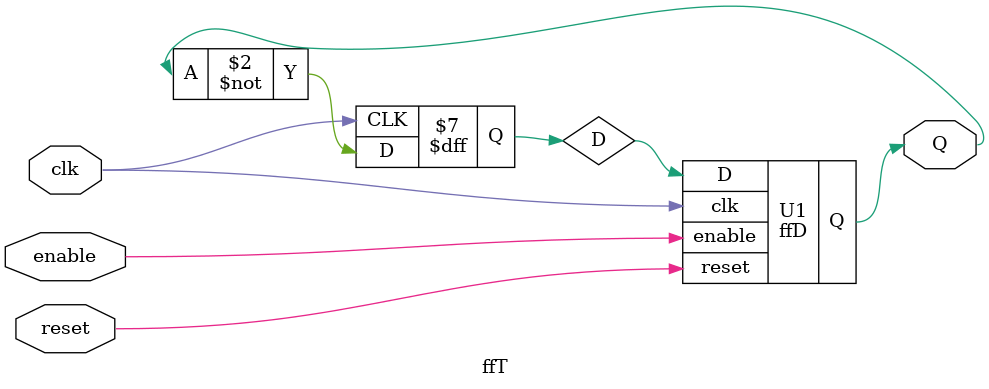
<source format=v>

module ffD(input clk, reset, enable, input D, output reg Q);

    always @(posedge clk, posedge reset) begin
      //Hacemos que el reset haga Q = 0
      if (reset) begin
        Q <= 0;
        end
      //Hacemos que el Enable funcione
      else if (enable) begin
        Q <= D;
        end
    end //Always
endmodule

module ffT (input clk, reset, enable, output wire Q);

  reg D;

      always @(posedge clk) begin
        //Hacemos que el valor se invierta
        D = ~Q;
      end
        ffD U1(clk, reset, enable, D, Q);



endmodule // ffT

</source>
